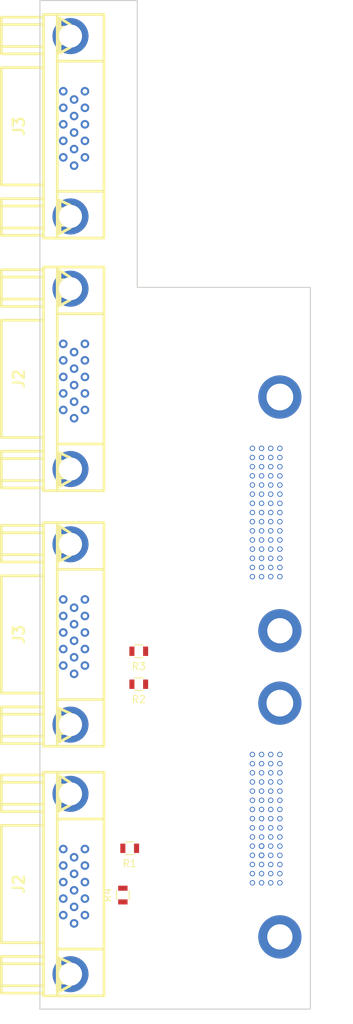
<source format=kicad_pcb>
(kicad_pcb (version 20170123) (host pcbnew "(2017-08-23 revision 57619956e)-makepkg")

  (general
    (thickness 1.6)
    (drawings 6)
    (tracks 81)
    (zones 0)
    (modules 10)
    (nets 72)
  )

  (page A4)
  (layers
    (0 F.Cu signal)
    (31 B.Cu signal)
    (32 B.Adhes user)
    (33 F.Adhes user)
    (34 B.Paste user)
    (35 F.Paste user)
    (36 B.SilkS user)
    (37 F.SilkS user)
    (38 B.Mask user)
    (39 F.Mask user)
    (40 Dwgs.User user)
    (41 Cmts.User user)
    (42 Eco1.User user)
    (43 Eco2.User user)
    (44 Edge.Cuts user)
    (45 Margin user)
    (46 B.CrtYd user)
    (47 F.CrtYd user)
    (48 B.Fab user)
    (49 F.Fab user)
  )

  (setup
    (last_trace_width 0.15)
    (user_trace_width 0.1)
    (user_trace_width 0.12)
    (user_trace_width 0.15)
    (user_trace_width 0.17)
    (user_trace_width 0.2)
    (user_trace_width 0.25)
    (user_trace_width 0.3)
    (user_trace_width 0.4)
    (trace_clearance 0.15)
    (zone_clearance 0.508)
    (zone_45_only no)
    (trace_min 0.1)
    (segment_width 0.2)
    (edge_width 0.15)
    (via_size 0.8)
    (via_drill 0.4)
    (via_min_size 0.4)
    (via_min_drill 0.3)
    (uvia_size 0.3)
    (uvia_drill 0.1)
    (uvias_allowed no)
    (uvia_min_size 0.2)
    (uvia_min_drill 0.1)
    (pcb_text_width 0.3)
    (pcb_text_size 1.5 1.5)
    (mod_edge_width 0.15)
    (mod_text_size 1 1)
    (mod_text_width 0.15)
    (pad_size 0.8 0.8)
    (pad_drill 0.5)
    (pad_to_mask_clearance 0.2)
    (aux_axis_origin 0 0)
    (grid_origin 83.85 143.9)
    (visible_elements FFFFFF7F)
    (pcbplotparams
      (layerselection 0x00030_ffffffff)
      (usegerberextensions false)
      (excludeedgelayer true)
      (linewidth 0.100000)
      (plotframeref false)
      (viasonmask false)
      (mode 1)
      (useauxorigin false)
      (hpglpennumber 1)
      (hpglpenspeed 20)
      (hpglpendiameter 15)
      (psnegative false)
      (psa4output false)
      (plotreference true)
      (plotvalue true)
      (plotinvisibletext false)
      (padsonsilk false)
      (subtractmaskfromsilk false)
      (outputformat 1)
      (mirror false)
      (drillshape 1)
      (scaleselection 1)
      (outputdirectory ""))
  )

  (net 0 "")
  (net 1 /BLUE1)
  (net 2 /GREEN1)
  (net 3 /RED1)
  (net 4 "Net-(J2-Pad4)")
  (net 5 /GND1)
  (net 6 "Net-(J2-Pad9)")
  (net 7 /BLUE_RTN1)
  (net 8 /GREEN_RTN1)
  (net 9 /RED_RTN1)
  (net 10 /RGB_SWITCH1)
  (net 11 /COMP_SWITCH1)
  (net 12 /RGB_SYNC1)
  (net 13 "Net-(J2-Pad14)")
  (net 14 "Net-(J2-Pad15)")
  (net 15 "Net-(J3-Pad15)")
  (net 16 "Net-(J3-Pad14)")
  (net 17 /RGB_SYNC2)
  (net 18 /COMP_SWITCH2)
  (net 19 /RGB_SWITCH2)
  (net 20 /GND2)
  (net 21 /RED_RTN2)
  (net 22 /GREEN_RTN2)
  (net 23 /BLUE_RTN2)
  (net 24 "Net-(J3-Pad9)")
  (net 25 "Net-(J3-Pad4)")
  (net 26 /RED2)
  (net 27 /GREEN2)
  (net 28 /BLUE2)
  (net 29 "Net-(J1-Pad2)")
  (net 30 "Net-(J1-Pad3)")
  (net 31 "Net-(J1-Pad5)")
  (net 32 "Net-(J1-Pad6)")
  (net 33 "Net-(J1-Pad7)")
  (net 34 "Net-(J1-Pad8)")
  (net 35 "Net-(J1-Pad10)")
  (net 36 "Net-(J1-Pad11)")
  (net 37 "Net-(J1-Pad13)")
  (net 38 "Net-(J1-Pad14)")
  (net 39 "Net-(J1-Pad30)")
  (net 40 "Net-(J1-Pad29)")
  (net 41 "Net-(J1-Pad28)")
  (net 42 "Net-(J1-Pad27)")
  (net 43 "Net-(J1-Pad25)")
  (net 44 "Net-(J1-Pad24)")
  (net 45 "Net-(J1-Pad23)")
  (net 46 "Net-(J1-Pad22)")
  (net 47 "Net-(J1-Pad21)")
  (net 48 "Net-(J1-Pad19)")
  (net 49 "Net-(J1-Pad18)")
  (net 50 "Net-(J1-Pad17)")
  (net 51 "Net-(J1-Pad16)")
  (net 52 "Net-(J1-Pad31)")
  (net 53 "Net-(J1-Pad32)")
  (net 54 "Net-(J1-Pad33)")
  (net 55 "Net-(J1-Pad34)")
  (net 56 "Net-(J1-Pad36)")
  (net 57 "Net-(J1-Pad38)")
  (net 58 "Net-(J1-Pad40)")
  (net 59 "Net-(J1-Pad42)")
  (net 60 "Net-(J1-Pad43)")
  (net 61 "Net-(J1-Pad44)")
  (net 62 "Net-(J1-Pad45)")
  (net 63 "Net-(J1-Pad60)")
  (net 64 "Net-(J1-Pad59)")
  (net 65 "Net-(J1-Pad56)")
  (net 66 "Net-(J1-Pad55)")
  (net 67 "Net-(J1-Pad53)")
  (net 68 "Net-(J1-Pad51)")
  (net 69 "Net-(J1-Pad50)")
  (net 70 "Net-(J1-Pad47)")
  (net 71 "Net-(J1-Pad46)")

  (net_class Default "This is the default net class."
    (clearance 0.15)
    (trace_width 0.15)
    (via_dia 0.8)
    (via_drill 0.4)
    (uvia_dia 0.3)
    (uvia_drill 0.1)
    (add_net /BLUE1)
    (add_net /BLUE2)
    (add_net /BLUE_RTN1)
    (add_net /BLUE_RTN2)
    (add_net /COMP_SWITCH1)
    (add_net /COMP_SWITCH2)
    (add_net /GND1)
    (add_net /GND2)
    (add_net /GREEN1)
    (add_net /GREEN2)
    (add_net /GREEN_RTN1)
    (add_net /GREEN_RTN2)
    (add_net /RED1)
    (add_net /RED2)
    (add_net /RED_RTN1)
    (add_net /RED_RTN2)
    (add_net /RGB_SWITCH1)
    (add_net /RGB_SWITCH2)
    (add_net /RGB_SYNC1)
    (add_net /RGB_SYNC2)
    (add_net "Net-(J1-Pad10)")
    (add_net "Net-(J1-Pad11)")
    (add_net "Net-(J1-Pad13)")
    (add_net "Net-(J1-Pad14)")
    (add_net "Net-(J1-Pad16)")
    (add_net "Net-(J1-Pad17)")
    (add_net "Net-(J1-Pad18)")
    (add_net "Net-(J1-Pad19)")
    (add_net "Net-(J1-Pad2)")
    (add_net "Net-(J1-Pad21)")
    (add_net "Net-(J1-Pad22)")
    (add_net "Net-(J1-Pad23)")
    (add_net "Net-(J1-Pad24)")
    (add_net "Net-(J1-Pad25)")
    (add_net "Net-(J1-Pad27)")
    (add_net "Net-(J1-Pad28)")
    (add_net "Net-(J1-Pad29)")
    (add_net "Net-(J1-Pad3)")
    (add_net "Net-(J1-Pad30)")
    (add_net "Net-(J1-Pad31)")
    (add_net "Net-(J1-Pad32)")
    (add_net "Net-(J1-Pad33)")
    (add_net "Net-(J1-Pad34)")
    (add_net "Net-(J1-Pad36)")
    (add_net "Net-(J1-Pad38)")
    (add_net "Net-(J1-Pad40)")
    (add_net "Net-(J1-Pad42)")
    (add_net "Net-(J1-Pad43)")
    (add_net "Net-(J1-Pad44)")
    (add_net "Net-(J1-Pad45)")
    (add_net "Net-(J1-Pad46)")
    (add_net "Net-(J1-Pad47)")
    (add_net "Net-(J1-Pad5)")
    (add_net "Net-(J1-Pad50)")
    (add_net "Net-(J1-Pad51)")
    (add_net "Net-(J1-Pad53)")
    (add_net "Net-(J1-Pad55)")
    (add_net "Net-(J1-Pad56)")
    (add_net "Net-(J1-Pad59)")
    (add_net "Net-(J1-Pad6)")
    (add_net "Net-(J1-Pad60)")
    (add_net "Net-(J1-Pad7)")
    (add_net "Net-(J1-Pad8)")
    (add_net "Net-(J2-Pad14)")
    (add_net "Net-(J2-Pad15)")
    (add_net "Net-(J2-Pad4)")
    (add_net "Net-(J2-Pad9)")
    (add_net "Net-(J3-Pad14)")
    (add_net "Net-(J3-Pad15)")
    (add_net "Net-(J3-Pad4)")
    (add_net "Net-(J3-Pad9)")
  )

  (module w_conn_pc:DB_15F-VGA (layer F.Cu) (tedit 599EEA86) (tstamp 59A7FCE8)
    (at 52.3668 136.57 270)
    (descr "D-SUB 15 pin VGA socket, Tyco P/N 440467-1")
    (path /599EDF27)
    (attr virtual)
    (fp_text reference J2 (at 0 4.699 270) (layer F.SilkS)
      (effects (font (thickness 0.3048)))
    )
    (fp_text value DB15_Female_HighDensity (at 0 -8.509 270) (layer F.SilkS) hide
      (effects (font (thickness 0.3048)))
    )
    (fp_line (start -10.033 1.27) (end -10.033 7.112) (layer F.SilkS) (width 0.381))
    (fp_line (start -10.922 -2.413) (end -10.16 -1.016) (layer F.SilkS) (width 0.381))
    (fp_line (start -14.097 -2.413) (end -14.986 -1.016) (layer F.SilkS) (width 0.381))
    (fp_line (start -9.017 -7.112) (end -9.017 -0.635) (layer F.SilkS) (width 0.381))
    (fp_line (start -15.494 1.27) (end -15.494 -7.112) (layer F.SilkS) (width 0.381))
    (fp_line (start 15.494 -7.112) (end 15.494 1.27) (layer F.SilkS) (width 0.381))
    (fp_line (start 15.494 -7.112) (end -15.494 -7.112) (layer F.SilkS) (width 0.381))
    (fp_line (start 9.017 -0.635) (end 9.017 -7.112) (layer F.SilkS) (width 0.381))
    (fp_line (start 14.097 -2.413) (end 14.859 -1.016) (layer F.SilkS) (width 0.381))
    (fp_line (start 10.922 -2.413) (end 10.287 -1.016) (layer F.SilkS) (width 0.381))
    (fp_line (start 10.922 -2.413) (end 14.097 -2.413) (layer F.SilkS) (width 0.381))
    (fp_line (start -14.097 -2.413) (end -10.922 -2.413) (layer F.SilkS) (width 0.381))
    (fp_line (start 14.859 -1.016) (end 10.287 -1.016) (layer F.SilkS) (width 0.381))
    (fp_line (start 10.287 -1.016) (end 10.287 -0.762) (layer F.SilkS) (width 0.381))
    (fp_line (start 10.287 -0.762) (end 14.859 -0.762) (layer F.SilkS) (width 0.381))
    (fp_line (start 14.859 -0.762) (end 14.859 -1.016) (layer F.SilkS) (width 0.381))
    (fp_line (start -10.16 -1.016) (end -14.986 -1.016) (layer F.SilkS) (width 0.381))
    (fp_line (start -14.986 -1.016) (end -14.986 -0.762) (layer F.SilkS) (width 0.381))
    (fp_line (start -14.986 -0.762) (end -10.16 -0.762) (layer F.SilkS) (width 0.381))
    (fp_line (start -10.16 -0.762) (end -10.16 -1.016) (layer F.SilkS) (width 0.381))
    (fp_line (start 11.43 -0.635) (end 11.43 -3.175) (layer F.SilkS) (width 0.381))
    (fp_line (start 11.43 -3.175) (end 13.716 -3.175) (layer F.SilkS) (width 0.381))
    (fp_line (start 13.716 -3.175) (end 13.716 -0.635) (layer F.SilkS) (width 0.381))
    (fp_line (start -13.716 -0.635) (end -13.716 -3.175) (layer F.SilkS) (width 0.381))
    (fp_line (start -13.716 -3.175) (end -11.43 -3.175) (layer F.SilkS) (width 0.381))
    (fp_line (start -11.43 -3.175) (end -11.43 -0.635) (layer F.SilkS) (width 0.381))
    (fp_line (start -15.494 -0.635) (end 15.494 -0.635) (layer F.SilkS) (width 0.381))
    (fp_line (start -11.049 1.27) (end -11.049 7.112) (layer F.SilkS) (width 0.381))
    (fp_line (start -14.097 1.27) (end -14.097 7.112) (layer F.SilkS) (width 0.381))
    (fp_line (start 14.097 1.27) (end 14.097 7.112) (layer F.SilkS) (width 0.381))
    (fp_line (start 11.049 1.27) (end 11.049 7.112) (layer F.SilkS) (width 0.381))
    (fp_line (start 10.033 1.27) (end 10.033 7.112) (layer F.SilkS) (width 0.381))
    (fp_line (start 10.033 7.112) (end 15.113 7.112) (layer F.SilkS) (width 0.381))
    (fp_line (start 15.113 7.112) (end 15.113 1.397) (layer F.SilkS) (width 0.381))
    (fp_line (start -15.113 1.27) (end -15.113 7.112) (layer F.SilkS) (width 0.381))
    (fp_line (start -15.113 7.112) (end -10.033 7.112) (layer F.SilkS) (width 0.381))
    (fp_line (start -8.128 1.27) (end -8.128 7.112) (layer F.SilkS) (width 0.381))
    (fp_line (start -8.128 7.112) (end 8.128 7.112) (layer F.SilkS) (width 0.381))
    (fp_line (start 8.128 7.112) (end 8.128 1.27) (layer F.SilkS) (width 0.381))
    (fp_line (start -15.494 1.27) (end 15.494 1.27) (layer F.SilkS) (width 0.381))
    (pad "" thru_hole circle (at 12.49426 -2.47142 270) (size 5.00126 5.00126) (drill 3.2004) (layers *.Cu *.Mask))
    (pad 3 thru_hole circle (at -0.2667 -4.4704 270) (size 1.19888 1.19888) (drill 0.65024) (layers *.Cu *.Mask)
      (net 1 /BLUE1))
    (pad 2 thru_hole circle (at 2.0193 -4.4704 270) (size 1.19888 1.19888) (drill 0.65024) (layers *.Cu *.Mask)
      (net 2 /GREEN1))
    (pad 1 thru_hole circle (at 4.31038 -4.4704 270) (size 1.19888 1.19888) (drill 0.65024) (layers *.Cu *.Mask)
      (net 3 /RED1))
    (pad 4 thru_hole circle (at -2.56032 -4.4704 270) (size 1.19888 1.19888) (drill 0.65024) (layers *.Cu *.Mask)
      (net 4 "Net-(J2-Pad4)"))
    (pad 5 thru_hole circle (at -4.84886 -4.4704 270) (size 1.19888 1.19888) (drill 0.65024) (layers *.Cu *.Mask)
      (net 5 /GND1))
    (pad 9 thru_hole circle (at -1.41478 -2.9718 270) (size 1.19888 1.19888) (drill 0.65024) (layers *.Cu *.Mask)
      (net 6 "Net-(J2-Pad9)"))
    (pad 8 thru_hole circle (at 0.87376 -2.9718 270) (size 1.19888 1.19888) (drill 0.65024) (layers *.Cu *.Mask)
      (net 7 /BLUE_RTN1))
    (pad 7 thru_hole circle (at 3.16484 -2.9718 270) (size 1.19888 1.19888) (drill 0.65024) (layers *.Cu *.Mask)
      (net 8 /GREEN_RTN1))
    (pad 6 thru_hole circle (at 5.45592 -2.9718 270) (size 1.19888 1.19888) (drill 0.65024) (layers *.Cu *.Mask)
      (net 9 /RED_RTN1))
    (pad "" thru_hole circle (at -12.49426 -2.47142 270) (size 5.00126 5.00126) (drill 3.2004) (layers *.Cu *.Mask))
    (pad 10 thru_hole circle (at -3.70586 -2.9718 270) (size 1.19888 1.19888) (drill 0.65024) (layers *.Cu *.Mask)
      (net 5 /GND1))
    (pad 11 thru_hole circle (at 4.31038 -1.47066 270) (size 1.19888 1.19888) (drill 0.65024) (layers *.Cu *.Mask)
      (net 10 /RGB_SWITCH1))
    (pad 12 thru_hole circle (at 2.0193 -1.47066 270) (size 1.19888 1.19888) (drill 0.65024) (layers *.Cu *.Mask)
      (net 11 /COMP_SWITCH1))
    (pad 13 thru_hole circle (at -0.26924 -1.4732 270) (size 1.19888 1.19888) (drill 0.65024) (layers *.Cu *.Mask)
      (net 12 /RGB_SYNC1))
    (pad 14 thru_hole circle (at -2.56032 -1.47066 270) (size 1.19888 1.19888) (drill 0.65024) (layers *.Cu *.Mask)
      (net 13 "Net-(J2-Pad14)"))
    (pad 15 thru_hole circle (at -4.84886 -1.47066 270) (size 1.19888 1.19888) (drill 0.65024) (layers *.Cu *.Mask)
      (net 14 "Net-(J2-Pad15)"))
    (model walter/conn_pc/db_15-vga.wrl
      (at (xyz 0 0 0))
      (scale (xyz 1 1 1))
      (rotate (xyz 0 0 0))
    )
  )

  (module w_conn_pc:DB_15F-VGA (layer F.Cu) (tedit 599EEA8C) (tstamp 59ACD6D3)
    (at 52.3668 31.57 270)
    (descr "D-SUB 15 pin VGA socket, Tyco P/N 440467-1")
    (path /599EE27B)
    (fp_text reference J3 (at 0 4.699 270) (layer F.SilkS)
      (effects (font (thickness 0.3048)))
    )
    (fp_text value DB15_Female_HighDensity (at 0 -8.509 270) (layer F.SilkS) hide
      (effects (font (thickness 0.3048)))
    )
    (fp_line (start -10.033 1.27) (end -10.033 7.112) (layer F.SilkS) (width 0.381))
    (fp_line (start -10.922 -2.413) (end -10.16 -1.016) (layer F.SilkS) (width 0.381))
    (fp_line (start -14.097 -2.413) (end -14.986 -1.016) (layer F.SilkS) (width 0.381))
    (fp_line (start -9.017 -7.112) (end -9.017 -0.635) (layer F.SilkS) (width 0.381))
    (fp_line (start -15.494 1.27) (end -15.494 -7.112) (layer F.SilkS) (width 0.381))
    (fp_line (start 15.494 -7.112) (end 15.494 1.27) (layer F.SilkS) (width 0.381))
    (fp_line (start 15.494 -7.112) (end -15.494 -7.112) (layer F.SilkS) (width 0.381))
    (fp_line (start 9.017 -0.635) (end 9.017 -7.112) (layer F.SilkS) (width 0.381))
    (fp_line (start 14.097 -2.413) (end 14.859 -1.016) (layer F.SilkS) (width 0.381))
    (fp_line (start 10.922 -2.413) (end 10.287 -1.016) (layer F.SilkS) (width 0.381))
    (fp_line (start 10.922 -2.413) (end 14.097 -2.413) (layer F.SilkS) (width 0.381))
    (fp_line (start -14.097 -2.413) (end -10.922 -2.413) (layer F.SilkS) (width 0.381))
    (fp_line (start 14.859 -1.016) (end 10.287 -1.016) (layer F.SilkS) (width 0.381))
    (fp_line (start 10.287 -1.016) (end 10.287 -0.762) (layer F.SilkS) (width 0.381))
    (fp_line (start 10.287 -0.762) (end 14.859 -0.762) (layer F.SilkS) (width 0.381))
    (fp_line (start 14.859 -0.762) (end 14.859 -1.016) (layer F.SilkS) (width 0.381))
    (fp_line (start -10.16 -1.016) (end -14.986 -1.016) (layer F.SilkS) (width 0.381))
    (fp_line (start -14.986 -1.016) (end -14.986 -0.762) (layer F.SilkS) (width 0.381))
    (fp_line (start -14.986 -0.762) (end -10.16 -0.762) (layer F.SilkS) (width 0.381))
    (fp_line (start -10.16 -0.762) (end -10.16 -1.016) (layer F.SilkS) (width 0.381))
    (fp_line (start 11.43 -0.635) (end 11.43 -3.175) (layer F.SilkS) (width 0.381))
    (fp_line (start 11.43 -3.175) (end 13.716 -3.175) (layer F.SilkS) (width 0.381))
    (fp_line (start 13.716 -3.175) (end 13.716 -0.635) (layer F.SilkS) (width 0.381))
    (fp_line (start -13.716 -0.635) (end -13.716 -3.175) (layer F.SilkS) (width 0.381))
    (fp_line (start -13.716 -3.175) (end -11.43 -3.175) (layer F.SilkS) (width 0.381))
    (fp_line (start -11.43 -3.175) (end -11.43 -0.635) (layer F.SilkS) (width 0.381))
    (fp_line (start -15.494 -0.635) (end 15.494 -0.635) (layer F.SilkS) (width 0.381))
    (fp_line (start -11.049 1.27) (end -11.049 7.112) (layer F.SilkS) (width 0.381))
    (fp_line (start -14.097 1.27) (end -14.097 7.112) (layer F.SilkS) (width 0.381))
    (fp_line (start 14.097 1.27) (end 14.097 7.112) (layer F.SilkS) (width 0.381))
    (fp_line (start 11.049 1.27) (end 11.049 7.112) (layer F.SilkS) (width 0.381))
    (fp_line (start 10.033 1.27) (end 10.033 7.112) (layer F.SilkS) (width 0.381))
    (fp_line (start 10.033 7.112) (end 15.113 7.112) (layer F.SilkS) (width 0.381))
    (fp_line (start 15.113 7.112) (end 15.113 1.397) (layer F.SilkS) (width 0.381))
    (fp_line (start -15.113 1.27) (end -15.113 7.112) (layer F.SilkS) (width 0.381))
    (fp_line (start -15.113 7.112) (end -10.033 7.112) (layer F.SilkS) (width 0.381))
    (fp_line (start -8.128 1.27) (end -8.128 7.112) (layer F.SilkS) (width 0.381))
    (fp_line (start -8.128 7.112) (end 8.128 7.112) (layer F.SilkS) (width 0.381))
    (fp_line (start 8.128 7.112) (end 8.128 1.27) (layer F.SilkS) (width 0.381))
    (fp_line (start -15.494 1.27) (end 15.494 1.27) (layer F.SilkS) (width 0.381))
    (pad "" thru_hole circle (at 12.49426 -2.47142 270) (size 5.00126 5.00126) (drill 3.2004) (layers *.Cu *.Mask))
    (pad 3 thru_hole circle (at -0.2667 -4.4704 270) (size 1.19888 1.19888) (drill 0.65024) (layers *.Cu *.Mask)
      (net 28 /BLUE2))
    (pad 2 thru_hole circle (at 2.0193 -4.4704 270) (size 1.19888 1.19888) (drill 0.65024) (layers *.Cu *.Mask)
      (net 27 /GREEN2))
    (pad 1 thru_hole circle (at 4.31038 -4.4704 270) (size 1.19888 1.19888) (drill 0.65024) (layers *.Cu *.Mask)
      (net 26 /RED2))
    (pad 4 thru_hole circle (at -2.56032 -4.4704 270) (size 1.19888 1.19888) (drill 0.65024) (layers *.Cu *.Mask)
      (net 25 "Net-(J3-Pad4)"))
    (pad 5 thru_hole circle (at -4.84886 -4.4704 270) (size 1.19888 1.19888) (drill 0.65024) (layers *.Cu *.Mask)
      (net 20 /GND2))
    (pad 9 thru_hole circle (at -1.41478 -2.9718 270) (size 1.19888 1.19888) (drill 0.65024) (layers *.Cu *.Mask)
      (net 24 "Net-(J3-Pad9)"))
    (pad 8 thru_hole circle (at 0.87376 -2.9718 270) (size 1.19888 1.19888) (drill 0.65024) (layers *.Cu *.Mask)
      (net 23 /BLUE_RTN2))
    (pad 7 thru_hole circle (at 3.16484 -2.9718 270) (size 1.19888 1.19888) (drill 0.65024) (layers *.Cu *.Mask)
      (net 22 /GREEN_RTN2))
    (pad 6 thru_hole circle (at 5.45592 -2.9718 270) (size 1.19888 1.19888) (drill 0.65024) (layers *.Cu *.Mask)
      (net 21 /RED_RTN2))
    (pad "" thru_hole circle (at -12.49426 -2.47142 270) (size 5.00126 5.00126) (drill 3.2004) (layers *.Cu *.Mask))
    (pad 10 thru_hole circle (at -3.70586 -2.9718 270) (size 1.19888 1.19888) (drill 0.65024) (layers *.Cu *.Mask)
      (net 20 /GND2))
    (pad 11 thru_hole circle (at 4.31038 -1.47066 270) (size 1.19888 1.19888) (drill 0.65024) (layers *.Cu *.Mask)
      (net 19 /RGB_SWITCH2))
    (pad 12 thru_hole circle (at 2.0193 -1.47066 270) (size 1.19888 1.19888) (drill 0.65024) (layers *.Cu *.Mask)
      (net 18 /COMP_SWITCH2))
    (pad 13 thru_hole circle (at -0.26924 -1.4732 270) (size 1.19888 1.19888) (drill 0.65024) (layers *.Cu *.Mask)
      (net 17 /RGB_SYNC2))
    (pad 14 thru_hole circle (at -2.56032 -1.47066 270) (size 1.19888 1.19888) (drill 0.65024) (layers *.Cu *.Mask)
      (net 16 "Net-(J3-Pad14)"))
    (pad 15 thru_hole circle (at -4.84886 -1.47066 270) (size 1.19888 1.19888) (drill 0.65024) (layers *.Cu *.Mask)
      (net 15 "Net-(J3-Pad15)"))
    (model walter/conn_pc/db_15-vga.wrl
      (at (xyz 0 0 0))
      (scale (xyz 1 1 1))
      (rotate (xyz 0 0 0))
    )
  )

  (module w_conn_pc:DB_15F-VGA (layer F.Cu) (tedit 599EEA86) (tstamp 59ACD697)
    (at 52.3668 66.57 270)
    (descr "D-SUB 15 pin VGA socket, Tyco P/N 440467-1")
    (path /599EDF27)
    (attr virtual)
    (fp_text reference J2 (at 0 4.699 270) (layer F.SilkS)
      (effects (font (thickness 0.3048)))
    )
    (fp_text value DB15_Female_HighDensity (at 0 -8.509 270) (layer F.SilkS) hide
      (effects (font (thickness 0.3048)))
    )
    (fp_line (start -15.494 1.27) (end 15.494 1.27) (layer F.SilkS) (width 0.381))
    (fp_line (start 8.128 7.112) (end 8.128 1.27) (layer F.SilkS) (width 0.381))
    (fp_line (start -8.128 7.112) (end 8.128 7.112) (layer F.SilkS) (width 0.381))
    (fp_line (start -8.128 1.27) (end -8.128 7.112) (layer F.SilkS) (width 0.381))
    (fp_line (start -15.113 7.112) (end -10.033 7.112) (layer F.SilkS) (width 0.381))
    (fp_line (start -15.113 1.27) (end -15.113 7.112) (layer F.SilkS) (width 0.381))
    (fp_line (start 15.113 7.112) (end 15.113 1.397) (layer F.SilkS) (width 0.381))
    (fp_line (start 10.033 7.112) (end 15.113 7.112) (layer F.SilkS) (width 0.381))
    (fp_line (start 10.033 1.27) (end 10.033 7.112) (layer F.SilkS) (width 0.381))
    (fp_line (start 11.049 1.27) (end 11.049 7.112) (layer F.SilkS) (width 0.381))
    (fp_line (start 14.097 1.27) (end 14.097 7.112) (layer F.SilkS) (width 0.381))
    (fp_line (start -14.097 1.27) (end -14.097 7.112) (layer F.SilkS) (width 0.381))
    (fp_line (start -11.049 1.27) (end -11.049 7.112) (layer F.SilkS) (width 0.381))
    (fp_line (start -15.494 -0.635) (end 15.494 -0.635) (layer F.SilkS) (width 0.381))
    (fp_line (start -11.43 -3.175) (end -11.43 -0.635) (layer F.SilkS) (width 0.381))
    (fp_line (start -13.716 -3.175) (end -11.43 -3.175) (layer F.SilkS) (width 0.381))
    (fp_line (start -13.716 -0.635) (end -13.716 -3.175) (layer F.SilkS) (width 0.381))
    (fp_line (start 13.716 -3.175) (end 13.716 -0.635) (layer F.SilkS) (width 0.381))
    (fp_line (start 11.43 -3.175) (end 13.716 -3.175) (layer F.SilkS) (width 0.381))
    (fp_line (start 11.43 -0.635) (end 11.43 -3.175) (layer F.SilkS) (width 0.381))
    (fp_line (start -10.16 -0.762) (end -10.16 -1.016) (layer F.SilkS) (width 0.381))
    (fp_line (start -14.986 -0.762) (end -10.16 -0.762) (layer F.SilkS) (width 0.381))
    (fp_line (start -14.986 -1.016) (end -14.986 -0.762) (layer F.SilkS) (width 0.381))
    (fp_line (start -10.16 -1.016) (end -14.986 -1.016) (layer F.SilkS) (width 0.381))
    (fp_line (start 14.859 -0.762) (end 14.859 -1.016) (layer F.SilkS) (width 0.381))
    (fp_line (start 10.287 -0.762) (end 14.859 -0.762) (layer F.SilkS) (width 0.381))
    (fp_line (start 10.287 -1.016) (end 10.287 -0.762) (layer F.SilkS) (width 0.381))
    (fp_line (start 14.859 -1.016) (end 10.287 -1.016) (layer F.SilkS) (width 0.381))
    (fp_line (start -14.097 -2.413) (end -10.922 -2.413) (layer F.SilkS) (width 0.381))
    (fp_line (start 10.922 -2.413) (end 14.097 -2.413) (layer F.SilkS) (width 0.381))
    (fp_line (start 10.922 -2.413) (end 10.287 -1.016) (layer F.SilkS) (width 0.381))
    (fp_line (start 14.097 -2.413) (end 14.859 -1.016) (layer F.SilkS) (width 0.381))
    (fp_line (start 9.017 -0.635) (end 9.017 -7.112) (layer F.SilkS) (width 0.381))
    (fp_line (start 15.494 -7.112) (end -15.494 -7.112) (layer F.SilkS) (width 0.381))
    (fp_line (start 15.494 -7.112) (end 15.494 1.27) (layer F.SilkS) (width 0.381))
    (fp_line (start -15.494 1.27) (end -15.494 -7.112) (layer F.SilkS) (width 0.381))
    (fp_line (start -9.017 -7.112) (end -9.017 -0.635) (layer F.SilkS) (width 0.381))
    (fp_line (start -14.097 -2.413) (end -14.986 -1.016) (layer F.SilkS) (width 0.381))
    (fp_line (start -10.922 -2.413) (end -10.16 -1.016) (layer F.SilkS) (width 0.381))
    (fp_line (start -10.033 1.27) (end -10.033 7.112) (layer F.SilkS) (width 0.381))
    (pad 15 thru_hole circle (at -4.84886 -1.47066 270) (size 1.19888 1.19888) (drill 0.65024) (layers *.Cu *.Mask)
      (net 14 "Net-(J2-Pad15)"))
    (pad 14 thru_hole circle (at -2.56032 -1.47066 270) (size 1.19888 1.19888) (drill 0.65024) (layers *.Cu *.Mask)
      (net 13 "Net-(J2-Pad14)"))
    (pad 13 thru_hole circle (at -0.26924 -1.4732 270) (size 1.19888 1.19888) (drill 0.65024) (layers *.Cu *.Mask)
      (net 12 /RGB_SYNC1))
    (pad 12 thru_hole circle (at 2.0193 -1.47066 270) (size 1.19888 1.19888) (drill 0.65024) (layers *.Cu *.Mask)
      (net 11 /COMP_SWITCH1))
    (pad 11 thru_hole circle (at 4.31038 -1.47066 270) (size 1.19888 1.19888) (drill 0.65024) (layers *.Cu *.Mask)
      (net 10 /RGB_SWITCH1))
    (pad 10 thru_hole circle (at -3.70586 -2.9718 270) (size 1.19888 1.19888) (drill 0.65024) (layers *.Cu *.Mask)
      (net 5 /GND1))
    (pad "" thru_hole circle (at -12.49426 -2.47142 270) (size 5.00126 5.00126) (drill 3.2004) (layers *.Cu *.Mask))
    (pad 6 thru_hole circle (at 5.45592 -2.9718 270) (size 1.19888 1.19888) (drill 0.65024) (layers *.Cu *.Mask)
      (net 9 /RED_RTN1))
    (pad 7 thru_hole circle (at 3.16484 -2.9718 270) (size 1.19888 1.19888) (drill 0.65024) (layers *.Cu *.Mask)
      (net 8 /GREEN_RTN1))
    (pad 8 thru_hole circle (at 0.87376 -2.9718 270) (size 1.19888 1.19888) (drill 0.65024) (layers *.Cu *.Mask)
      (net 7 /BLUE_RTN1))
    (pad 9 thru_hole circle (at -1.41478 -2.9718 270) (size 1.19888 1.19888) (drill 0.65024) (layers *.Cu *.Mask)
      (net 6 "Net-(J2-Pad9)"))
    (pad 5 thru_hole circle (at -4.84886 -4.4704 270) (size 1.19888 1.19888) (drill 0.65024) (layers *.Cu *.Mask)
      (net 5 /GND1))
    (pad 4 thru_hole circle (at -2.56032 -4.4704 270) (size 1.19888 1.19888) (drill 0.65024) (layers *.Cu *.Mask)
      (net 4 "Net-(J2-Pad4)"))
    (pad 1 thru_hole circle (at 4.31038 -4.4704 270) (size 1.19888 1.19888) (drill 0.65024) (layers *.Cu *.Mask)
      (net 3 /RED1))
    (pad 2 thru_hole circle (at 2.0193 -4.4704 270) (size 1.19888 1.19888) (drill 0.65024) (layers *.Cu *.Mask)
      (net 2 /GREEN1))
    (pad 3 thru_hole circle (at -0.2667 -4.4704 270) (size 1.19888 1.19888) (drill 0.65024) (layers *.Cu *.Mask)
      (net 1 /BLUE1))
    (pad "" thru_hole circle (at 12.49426 -2.47142 270) (size 5.00126 5.00126) (drill 3.2004) (layers *.Cu *.Mask))
    (model walter/conn_pc/db_15-vga.wrl
      (at (xyz 0 0 0))
      (scale (xyz 1 1 1))
      (rotate (xyz 0 0 0))
    )
  )

  (module iotta_footprints:Molex_Matrix_70928_LFH-60_Angled (layer F.Cu) (tedit 599EE6B9) (tstamp 59ACD5B6)
    (at 81.9658 85.088 90)
    (path /599EDCFC)
    (fp_text reference J1 (at -24.13 -13.97 90) (layer F.Fab)
      (effects (font (size 1 1) (thickness 0.15)))
    )
    (fp_text value LFH-60 (at -25.4 -12.7 90) (layer F.Fab)
      (effects (font (size 1 1) (thickness 0.15)))
    )
    (fp_line (start -19.575 -6.865) (end -19.575 6) (layer F.Fab) (width 0.1))
    (fp_line (start 19.575 -6.865) (end 19.575 6) (layer F.Fab) (width 0.1))
    (fp_line (start 19.575 -6.865) (end -19.575 -6.865) (layer F.Fab) (width 0.1))
    (fp_line (start -19.575 6) (end -13 6) (layer F.Fab) (width 0.1))
    (fp_line (start -13 6) (end -12.9 12) (layer F.Fab) (width 0.1))
    (fp_line (start -12.9 12) (end 12.9 12) (layer F.Fab) (width 0.1))
    (fp_line (start 12.9 12) (end 13 6) (layer F.Fab) (width 0.1))
    (fp_line (start 13 6) (end 19.575 6) (layer F.Fab) (width 0.1))
    (fp_arc (start -18.305 -5.595) (end -18.305 -6.865) (angle -90) (layer F.Fab) (width 0.1))
    (pad 1 thru_hole circle (at -8.89 -1.905 90) (size 0.75 0.75) (drill 0.5) (layers *.Cu *.Mask)
      (net 11 /COMP_SWITCH1))
    (pad 2 thru_hole circle (at -7.62 -1.905 90) (size 0.75 0.75) (drill 0.5) (layers *.Cu *.Mask)
      (net 29 "Net-(J1-Pad2)"))
    (pad 3 thru_hole circle (at -6.35 -1.905 90) (size 0.75 0.75) (drill 0.5) (layers *.Cu *.Mask)
      (net 30 "Net-(J1-Pad3)"))
    (pad 4 thru_hole circle (at -5.08 -1.905 90) (size 0.75 0.75) (drill 0.5) (layers *.Cu *.Mask)
      (net 5 /GND1))
    (pad 5 thru_hole circle (at -3.81 -1.905 90) (size 0.75 0.75) (drill 0.5) (layers *.Cu *.Mask)
      (net 31 "Net-(J1-Pad5)"))
    (pad 6 thru_hole circle (at -2.54 -1.905 90) (size 0.75 0.75) (drill 0.5) (layers *.Cu *.Mask)
      (net 32 "Net-(J1-Pad6)"))
    (pad 7 thru_hole circle (at -1.27 -1.905 90) (size 0.75 0.75) (drill 0.5) (layers *.Cu *.Mask)
      (net 33 "Net-(J1-Pad7)"))
    (pad 8 thru_hole circle (at 0 -1.905 90) (size 0.75 0.75) (drill 0.5) (layers *.Cu *.Mask)
      (net 34 "Net-(J1-Pad8)"))
    (pad 9 thru_hole circle (at 1.27 -1.905 90) (size 0.75 0.75) (drill 0.5) (layers *.Cu *.Mask)
      (net 35 "Net-(J1-Pad10)"))
    (pad 10 thru_hole circle (at 2.54 -1.905 90) (size 0.75 0.75) (drill 0.5) (layers *.Cu *.Mask)
      (net 35 "Net-(J1-Pad10)"))
    (pad 11 thru_hole circle (at 3.81 -1.905 90) (size 0.75 0.75) (drill 0.5) (layers *.Cu *.Mask)
      (net 36 "Net-(J1-Pad11)"))
    (pad 12 thru_hole circle (at 5.08 -1.905 90) (size 0.75 0.75) (drill 0.5) (layers *.Cu *.Mask)
      (net 20 /GND2))
    (pad 13 thru_hole circle (at 6.35 -1.905 90) (size 0.75 0.75) (drill 0.5) (layers *.Cu *.Mask)
      (net 37 "Net-(J1-Pad13)"))
    (pad 14 thru_hole circle (at 7.62 -1.905 90) (size 0.75 0.75) (drill 0.5) (layers *.Cu *.Mask)
      (net 38 "Net-(J1-Pad14)"))
    (pad 15 thru_hole circle (at 8.89 -1.905 90) (size 0.75 0.75) (drill 0.5) (layers *.Cu *.Mask)
      (net 18 /COMP_SWITCH2))
    (pad 30 thru_hole circle (at -8.89 -0.635 90) (size 0.75 0.75) (drill 0.5) (layers *.Cu *.Mask)
      (net 39 "Net-(J1-Pad30)"))
    (pad 29 thru_hole circle (at -7.62 -0.635 90) (size 0.75 0.75) (drill 0.5) (layers *.Cu *.Mask)
      (net 40 "Net-(J1-Pad29)"))
    (pad 28 thru_hole circle (at -6.35 -0.635 90) (size 0.75 0.75) (drill 0.5) (layers *.Cu *.Mask)
      (net 41 "Net-(J1-Pad28)"))
    (pad 27 thru_hole circle (at -5.08 -0.635 90) (size 0.75 0.75) (drill 0.5) (layers *.Cu *.Mask)
      (net 42 "Net-(J1-Pad27)"))
    (pad 26 thru_hole circle (at -3.81 -0.635 90) (size 0.75 0.75) (drill 0.5) (layers *.Cu *.Mask)
      (net 7 /BLUE_RTN1))
    (pad 25 thru_hole circle (at -2.54 -0.635 90) (size 0.75 0.75) (drill 0.5) (layers *.Cu *.Mask)
      (net 43 "Net-(J1-Pad25)"))
    (pad 24 thru_hole circle (at -1.27 -0.635 90) (size 0.75 0.75) (drill 0.5) (layers *.Cu *.Mask)
      (net 44 "Net-(J1-Pad24)"))
    (pad 23 thru_hole circle (at 0 -0.635 90) (size 0.75 0.75) (drill 0.5) (layers *.Cu *.Mask)
      (net 45 "Net-(J1-Pad23)"))
    (pad 22 thru_hole circle (at 1.27 -0.635 90) (size 0.75 0.75) (drill 0.5) (layers *.Cu *.Mask)
      (net 46 "Net-(J1-Pad22)"))
    (pad 21 thru_hole circle (at 2.54 -0.635 90) (size 0.75 0.75) (drill 0.5) (layers *.Cu *.Mask)
      (net 47 "Net-(J1-Pad21)"))
    (pad 20 thru_hole circle (at 3.81 -0.635 90) (size 0.75 0.75) (drill 0.5) (layers *.Cu *.Mask)
      (net 23 /BLUE_RTN2))
    (pad 19 thru_hole circle (at 5.08 -0.635 90) (size 0.75 0.75) (drill 0.5) (layers *.Cu *.Mask)
      (net 48 "Net-(J1-Pad19)"))
    (pad 18 thru_hole circle (at 6.35 -0.635 90) (size 0.75 0.75) (drill 0.5) (layers *.Cu *.Mask)
      (net 49 "Net-(J1-Pad18)"))
    (pad 17 thru_hole circle (at 7.62 -0.635 90) (size 0.75 0.75) (drill 0.5) (layers *.Cu *.Mask)
      (net 50 "Net-(J1-Pad17)"))
    (pad 16 thru_hole circle (at 8.89 -0.635 90) (size 0.75 0.75) (drill 0.5) (layers *.Cu *.Mask)
      (net 51 "Net-(J1-Pad16)"))
    (pad 31 thru_hole circle (at -8.89 0.635 90) (size 0.75 0.75) (drill 0.5) (layers *.Cu *.Mask)
      (net 52 "Net-(J1-Pad31)"))
    (pad 32 thru_hole circle (at -7.62 0.635 90) (size 0.75 0.75) (drill 0.5) (layers *.Cu *.Mask)
      (net 53 "Net-(J1-Pad32)"))
    (pad 33 thru_hole circle (at -6.35 0.635 90) (size 0.75 0.75) (drill 0.5) (layers *.Cu *.Mask)
      (net 54 "Net-(J1-Pad33)"))
    (pad 34 thru_hole circle (at -5.08 0.635 90) (size 0.75 0.75) (drill 0.5) (layers *.Cu *.Mask)
      (net 55 "Net-(J1-Pad34)"))
    (pad 35 thru_hole circle (at -3.81 0.635 90) (size 0.75 0.75) (drill 0.5) (layers *.Cu *.Mask)
      (net 1 /BLUE1))
    (pad 36 thru_hole circle (at -2.54 0.635 90) (size 0.75 0.75) (drill 0.5) (layers *.Cu *.Mask)
      (net 56 "Net-(J1-Pad36)"))
    (pad 37 thru_hole circle (at -1.27 0.635 90) (size 0.75 0.75) (drill 0.5) (layers *.Cu *.Mask)
      (net 3 /RED1))
    (pad 38 thru_hole circle (at 0 0.635 90) (size 0.75 0.75) (drill 0.5) (layers *.Cu *.Mask)
      (net 57 "Net-(J1-Pad38)"))
    (pad 39 thru_hole circle (at 1.27 0.635 90) (size 0.75 0.75) (drill 0.5) (layers *.Cu *.Mask)
      (net 26 /RED2))
    (pad 40 thru_hole circle (at 2.54 0.635 90) (size 0.75 0.75) (drill 0.5) (layers *.Cu *.Mask)
      (net 58 "Net-(J1-Pad40)"))
    (pad 41 thru_hole circle (at 3.81 0.635 90) (size 0.75 0.75) (drill 0.5) (layers *.Cu *.Mask)
      (net 28 /BLUE2))
    (pad 42 thru_hole circle (at 5.08 0.635 90) (size 0.75 0.75) (drill 0.5) (layers *.Cu *.Mask)
      (net 59 "Net-(J1-Pad42)"))
    (pad 43 thru_hole circle (at 6.35 0.635 90) (size 0.75 0.75) (drill 0.5) (layers *.Cu *.Mask)
      (net 60 "Net-(J1-Pad43)"))
    (pad 44 thru_hole circle (at 7.62 0.635 90) (size 0.75 0.75) (drill 0.5) (layers *.Cu *.Mask)
      (net 61 "Net-(J1-Pad44)"))
    (pad 45 thru_hole circle (at 8.89 0.635 90) (size 0.75 0.75) (drill 0.5) (layers *.Cu *.Mask)
      (net 62 "Net-(J1-Pad45)"))
    (pad 60 thru_hole circle (at -8.89 1.905 90) (size 0.75 0.75) (drill 0.5) (layers *.Cu *.Mask)
      (net 63 "Net-(J1-Pad60)"))
    (pad 59 thru_hole circle (at -7.62 1.905 90) (size 0.75 0.75) (drill 0.5) (layers *.Cu *.Mask)
      (net 64 "Net-(J1-Pad59)"))
    (pad 58 thru_hole circle (at -6.35 1.905 90) (size 0.75 0.75) (drill 0.5) (layers *.Cu *.Mask)
      (net 2 /GREEN1))
    (pad 57 thru_hole circle (at -5.08 1.905 90) (size 0.75 0.75) (drill 0.5) (layers *.Cu *.Mask)
      (net 8 /GREEN_RTN1))
    (pad 56 thru_hole circle (at -3.81 1.905 90) (size 0.75 0.75) (drill 0.5) (layers *.Cu *.Mask)
      (net 65 "Net-(J1-Pad56)"))
    (pad 55 thru_hole circle (at -2.54 1.905 90) (size 0.75 0.75) (drill 0.5) (layers *.Cu *.Mask)
      (net 66 "Net-(J1-Pad55)"))
    (pad 54 thru_hole circle (at -1.27 1.905 90) (size 0.75 0.75) (drill 0.5) (layers *.Cu *.Mask)
      (net 9 /RED_RTN1))
    (pad 53 thru_hole circle (at 0 1.905 90) (size 0.75 0.75) (drill 0.5) (layers *.Cu *.Mask)
      (net 67 "Net-(J1-Pad53)"))
    (pad 52 thru_hole circle (at 1.27 1.905 90) (size 0.75 0.75) (drill 0.5) (layers *.Cu *.Mask)
      (net 21 /RED_RTN2))
    (pad 51 thru_hole circle (at 2.54 1.905 90) (size 0.75 0.75) (drill 0.5) (layers *.Cu *.Mask)
      (net 68 "Net-(J1-Pad51)"))
    (pad 50 thru_hole circle (at 3.81 1.905 90) (size 0.75 0.75) (drill 0.5) (layers *.Cu *.Mask)
      (net 69 "Net-(J1-Pad50)"))
    (pad 49 thru_hole circle (at 5.08 1.905 90) (size 0.75 0.75) (drill 0.5) (layers *.Cu *.Mask)
      (net 22 /GREEN_RTN2))
    (pad 48 thru_hole circle (at 6.35 1.905 90) (size 0.75 0.75) (drill 0.5) (layers *.Cu *.Mask)
      (net 27 /GREEN2))
    (pad 47 thru_hole circle (at 7.62 1.905 90) (size 0.75 0.75) (drill 0.5) (layers *.Cu *.Mask)
      (net 70 "Net-(J1-Pad47)"))
    (pad 46 thru_hole circle (at 8.89 1.905 90) (size 0.75 0.75) (drill 0.5) (layers *.Cu *.Mask)
      (net 71 "Net-(J1-Pad46)"))
    (pad "" thru_hole circle (at 16 1.905 90) (size 6 6) (drill 3.7) (layers *.Cu *.Mask))
    (pad "" thru_hole circle (at -16.385 1.905 90) (size 6 6) (drill 3.5) (layers *.Cu *.Mask))
  )

  (module iotta_footprints:Molex_Matrix_70928_LFH-60_Angled (layer F.Cu) (tedit 599EEEA1) (tstamp 59A7FD70)
    (at 81.9658 127.508 90)
    (path /599EDCFC)
    (fp_text reference J1 (at -24.13 -13.97 90) (layer F.Fab)
      (effects (font (size 1 1) (thickness 0.15)))
    )
    (fp_text value LFH-60 (at -25.4 -12.7 90) (layer F.Fab)
      (effects (font (size 1 1) (thickness 0.15)))
    )
    (fp_arc (start -18.305 -5.595) (end -18.305 -6.865) (angle -90) (layer F.Fab) (width 0.1))
    (fp_line (start 13 6) (end 19.575 6) (layer F.Fab) (width 0.1))
    (fp_line (start 12.9 12) (end 13 6) (layer F.Fab) (width 0.1))
    (fp_line (start -12.9 12) (end 12.9 12) (layer F.Fab) (width 0.1))
    (fp_line (start -13 6) (end -12.9 12) (layer F.Fab) (width 0.1))
    (fp_line (start -19.575 6) (end -13 6) (layer F.Fab) (width 0.1))
    (fp_line (start 19.575 -6.865) (end -19.575 -6.865) (layer F.Fab) (width 0.1))
    (fp_line (start 19.575 -6.865) (end 19.575 6) (layer F.Fab) (width 0.1))
    (fp_line (start -19.575 -6.865) (end -19.575 6) (layer F.Fab) (width 0.1))
    (pad "" thru_hole circle (at -16.385 1.905 90) (size 6 6) (drill 3.5) (layers *.Cu *.Mask))
    (pad "" thru_hole circle (at 16 1.905 90) (size 6 6) (drill 3.7) (layers *.Cu *.Mask))
    (pad 46 thru_hole circle (at 8.89 1.905 90) (size 0.75 0.75) (drill 0.5) (layers *.Cu *.Mask)
      (net 71 "Net-(J1-Pad46)"))
    (pad 47 thru_hole circle (at 7.62 1.905 90) (size 0.75 0.75) (drill 0.5) (layers *.Cu *.Mask)
      (net 70 "Net-(J1-Pad47)"))
    (pad 48 thru_hole circle (at 6.35 1.905 90) (size 0.75 0.75) (drill 0.5) (layers *.Cu *.Mask)
      (net 27 /GREEN2))
    (pad 49 thru_hole circle (at 5.08 1.905 90) (size 0.75 0.75) (drill 0.5) (layers *.Cu *.Mask)
      (net 22 /GREEN_RTN2))
    (pad 50 thru_hole circle (at 3.81 1.905 90) (size 0.75 0.75) (drill 0.5) (layers *.Cu *.Mask)
      (net 69 "Net-(J1-Pad50)"))
    (pad 51 thru_hole circle (at 2.54 1.905 90) (size 0.75 0.75) (drill 0.5) (layers *.Cu *.Mask)
      (net 68 "Net-(J1-Pad51)"))
    (pad 52 thru_hole circle (at 1.27 1.905 90) (size 0.75 0.75) (drill 0.5) (layers *.Cu *.Mask)
      (net 21 /RED_RTN2))
    (pad 53 thru_hole circle (at 0 1.905 90) (size 0.75 0.75) (drill 0.5) (layers *.Cu *.Mask)
      (net 67 "Net-(J1-Pad53)"))
    (pad 54 thru_hole circle (at -1.27 1.905 90) (size 0.75 0.75) (drill 0.5) (layers *.Cu *.Mask)
      (net 9 /RED_RTN1))
    (pad 55 thru_hole circle (at -2.54 1.905 90) (size 0.75 0.75) (drill 0.5) (layers *.Cu *.Mask)
      (net 66 "Net-(J1-Pad55)"))
    (pad 56 thru_hole circle (at -3.81 1.905 90) (size 0.75 0.75) (drill 0.5) (layers *.Cu *.Mask)
      (net 65 "Net-(J1-Pad56)"))
    (pad 57 thru_hole circle (at -5.08 1.905 90) (size 0.75 0.75) (drill 0.5) (layers *.Cu *.Mask)
      (net 8 /GREEN_RTN1))
    (pad 58 thru_hole circle (at -6.35 1.905 90) (size 0.75 0.75) (drill 0.5) (layers *.Cu *.Mask)
      (net 2 /GREEN1))
    (pad 59 thru_hole circle (at -7.62 1.905 90) (size 0.75 0.75) (drill 0.5) (layers *.Cu *.Mask)
      (net 64 "Net-(J1-Pad59)"))
    (pad 60 thru_hole circle (at -8.89 1.905 90) (size 0.75 0.75) (drill 0.5) (layers *.Cu *.Mask)
      (net 63 "Net-(J1-Pad60)"))
    (pad 45 thru_hole circle (at 8.89 0.635 90) (size 0.75 0.75) (drill 0.5) (layers *.Cu *.Mask)
      (net 62 "Net-(J1-Pad45)"))
    (pad 44 thru_hole circle (at 7.62 0.635 90) (size 0.75 0.75) (drill 0.5) (layers *.Cu *.Mask)
      (net 61 "Net-(J1-Pad44)"))
    (pad 43 thru_hole circle (at 6.35 0.635 90) (size 0.75 0.75) (drill 0.5) (layers *.Cu *.Mask)
      (net 60 "Net-(J1-Pad43)"))
    (pad 42 thru_hole circle (at 5.08 0.635 90) (size 0.75 0.75) (drill 0.5) (layers *.Cu *.Mask)
      (net 59 "Net-(J1-Pad42)"))
    (pad 41 thru_hole circle (at 3.81 0.635 90) (size 0.75 0.75) (drill 0.5) (layers *.Cu *.Mask)
      (net 28 /BLUE2))
    (pad 40 thru_hole circle (at 2.54 0.635 90) (size 0.75 0.75) (drill 0.5) (layers *.Cu *.Mask)
      (net 58 "Net-(J1-Pad40)"))
    (pad 39 thru_hole circle (at 1.27 0.635 90) (size 0.75 0.75) (drill 0.5) (layers *.Cu *.Mask)
      (net 26 /RED2))
    (pad 38 thru_hole circle (at 0 0.635 90) (size 0.75 0.75) (drill 0.5) (layers *.Cu *.Mask)
      (net 57 "Net-(J1-Pad38)"))
    (pad 37 thru_hole circle (at -1.27 0.635 90) (size 0.75 0.75) (drill 0.5) (layers *.Cu *.Mask)
      (net 3 /RED1))
    (pad 36 thru_hole circle (at -2.54 0.635 90) (size 0.75 0.75) (drill 0.5) (layers *.Cu *.Mask)
      (net 56 "Net-(J1-Pad36)"))
    (pad 35 thru_hole circle (at -3.81 0.635 90) (size 0.75 0.75) (drill 0.5) (layers *.Cu *.Mask)
      (net 1 /BLUE1))
    (pad 34 thru_hole circle (at -5.08 0.635 90) (size 0.75 0.75) (drill 0.5) (layers *.Cu *.Mask)
      (net 55 "Net-(J1-Pad34)"))
    (pad 33 thru_hole circle (at -6.35 0.635 90) (size 0.75 0.75) (drill 0.5) (layers *.Cu *.Mask)
      (net 54 "Net-(J1-Pad33)"))
    (pad 32 thru_hole circle (at -7.62 0.635 90) (size 0.75 0.75) (drill 0.5) (layers *.Cu *.Mask)
      (net 53 "Net-(J1-Pad32)"))
    (pad 31 thru_hole circle (at -8.89 0.635 90) (size 0.75 0.75) (drill 0.5) (layers *.Cu *.Mask)
      (net 52 "Net-(J1-Pad31)"))
    (pad 16 thru_hole circle (at 8.89 -0.635 90) (size 0.75 0.75) (drill 0.5) (layers *.Cu *.Mask)
      (net 51 "Net-(J1-Pad16)"))
    (pad 17 thru_hole circle (at 7.62 -0.635 90) (size 0.75 0.75) (drill 0.5) (layers *.Cu *.Mask)
      (net 50 "Net-(J1-Pad17)"))
    (pad 18 thru_hole circle (at 6.35 -0.635 90) (size 0.75 0.75) (drill 0.5) (layers *.Cu *.Mask)
      (net 49 "Net-(J1-Pad18)"))
    (pad 19 thru_hole circle (at 5.08 -0.635 90) (size 0.75 0.75) (drill 0.5) (layers *.Cu *.Mask)
      (net 48 "Net-(J1-Pad19)"))
    (pad 20 thru_hole circle (at 3.81 -0.635 90) (size 0.75 0.75) (drill 0.5) (layers *.Cu *.Mask)
      (net 23 /BLUE_RTN2))
    (pad 21 thru_hole circle (at 2.54 -0.635 90) (size 0.75 0.75) (drill 0.5) (layers *.Cu *.Mask)
      (net 47 "Net-(J1-Pad21)"))
    (pad 22 thru_hole circle (at 1.27 -0.635 90) (size 0.75 0.75) (drill 0.5) (layers *.Cu *.Mask)
      (net 46 "Net-(J1-Pad22)"))
    (pad 23 thru_hole circle (at 0 -0.635 90) (size 0.75 0.75) (drill 0.5) (layers *.Cu *.Mask)
      (net 45 "Net-(J1-Pad23)"))
    (pad 24 thru_hole circle (at -1.27 -0.635 90) (size 0.75 0.75) (drill 0.5) (layers *.Cu *.Mask)
      (net 44 "Net-(J1-Pad24)"))
    (pad 25 thru_hole circle (at -2.54 -0.635 90) (size 0.75 0.75) (drill 0.5) (layers *.Cu *.Mask)
      (net 43 "Net-(J1-Pad25)"))
    (pad 26 thru_hole circle (at -3.81 -0.635 90) (size 0.8 0.8) (drill 0.5) (layers *.Cu *.Mask)
      (net 7 /BLUE_RTN1))
    (pad 27 thru_hole circle (at -5.08 -0.635 90) (size 0.8 0.8) (drill 0.5) (layers *.Cu *.Mask)
      (net 42 "Net-(J1-Pad27)"))
    (pad 28 thru_hole circle (at -6.35 -0.635 90) (size 0.75 0.75) (drill 0.5) (layers *.Cu *.Mask)
      (net 41 "Net-(J1-Pad28)"))
    (pad 29 thru_hole circle (at -7.62 -0.635 90) (size 0.75 0.75) (drill 0.5) (layers *.Cu *.Mask)
      (net 40 "Net-(J1-Pad29)"))
    (pad 30 thru_hole circle (at -8.89 -0.635 90) (size 0.75 0.75) (drill 0.5) (layers *.Cu *.Mask)
      (net 39 "Net-(J1-Pad30)"))
    (pad 15 thru_hole circle (at 8.89 -1.905 90) (size 0.75 0.75) (drill 0.5) (layers *.Cu *.Mask)
      (net 18 /COMP_SWITCH2))
    (pad 14 thru_hole circle (at 7.62 -1.905 90) (size 0.75 0.75) (drill 0.5) (layers *.Cu *.Mask)
      (net 38 "Net-(J1-Pad14)"))
    (pad 13 thru_hole circle (at 6.35 -1.905 90) (size 0.75 0.75) (drill 0.5) (layers *.Cu *.Mask)
      (net 37 "Net-(J1-Pad13)"))
    (pad 12 thru_hole circle (at 5.08 -1.905 90) (size 0.75 0.75) (drill 0.5) (layers *.Cu *.Mask)
      (net 20 /GND2))
    (pad 11 thru_hole circle (at 3.81 -1.905 90) (size 0.75 0.75) (drill 0.5) (layers *.Cu *.Mask)
      (net 36 "Net-(J1-Pad11)"))
    (pad 10 thru_hole circle (at 2.54 -1.905 90) (size 0.75 0.75) (drill 0.5) (layers *.Cu *.Mask)
      (net 35 "Net-(J1-Pad10)"))
    (pad 9 thru_hole circle (at 1.27 -1.905 90) (size 0.75 0.75) (drill 0.5) (layers *.Cu *.Mask)
      (net 35 "Net-(J1-Pad10)"))
    (pad 8 thru_hole circle (at 0 -1.905 90) (size 0.75 0.75) (drill 0.5) (layers *.Cu *.Mask)
      (net 34 "Net-(J1-Pad8)"))
    (pad 7 thru_hole circle (at -1.27 -1.905 90) (size 0.75 0.75) (drill 0.5) (layers *.Cu *.Mask)
      (net 33 "Net-(J1-Pad7)"))
    (pad 6 thru_hole circle (at -2.54 -1.905 90) (size 0.75 0.75) (drill 0.5) (layers *.Cu *.Mask)
      (net 32 "Net-(J1-Pad6)"))
    (pad 5 thru_hole circle (at -3.81 -1.905 90) (size 0.75 0.75) (drill 0.5) (layers *.Cu *.Mask)
      (net 31 "Net-(J1-Pad5)"))
    (pad 4 thru_hole circle (at -5.08 -1.905 90) (size 0.75 0.75) (drill 0.5) (layers *.Cu *.Mask)
      (net 5 /GND1))
    (pad 3 thru_hole circle (at -6.35 -1.905 90) (size 0.75 0.75) (drill 0.5) (layers *.Cu *.Mask)
      (net 30 "Net-(J1-Pad3)"))
    (pad 2 thru_hole circle (at -7.62 -1.905 90) (size 0.75 0.75) (drill 0.5) (layers *.Cu *.Mask)
      (net 29 "Net-(J1-Pad2)"))
    (pad 1 thru_hole circle (at -8.89 -1.905 90) (size 0.75 0.75) (drill 0.5) (layers *.Cu *.Mask)
      (net 11 /COMP_SWITCH1))
  )

  (module Resistors_SMD:R_0805 (layer F.Cu) (tedit 58307B54) (tstamp 59A7FDB0)
    (at 62.1 138.1 90)
    (descr "Resistor SMD 0805, reflow soldering, Vishay (see dcrcw.pdf)")
    (tags "resistor 0805")
    (path /599EE54D)
    (attr smd)
    (fp_text reference R4 (at 0 -2.1 90) (layer F.SilkS)
      (effects (font (size 1 1) (thickness 0.15)))
    )
    (fp_text value 680 (at 0 2.1 90) (layer F.Fab)
      (effects (font (size 1 1) (thickness 0.15)))
    )
    (fp_line (start -1 0.625) (end -1 -0.625) (layer F.Fab) (width 0.1))
    (fp_line (start 1 0.625) (end -1 0.625) (layer F.Fab) (width 0.1))
    (fp_line (start 1 -0.625) (end 1 0.625) (layer F.Fab) (width 0.1))
    (fp_line (start -1 -0.625) (end 1 -0.625) (layer F.Fab) (width 0.1))
    (fp_line (start -1.6 -1) (end 1.6 -1) (layer F.CrtYd) (width 0.05))
    (fp_line (start -1.6 1) (end 1.6 1) (layer F.CrtYd) (width 0.05))
    (fp_line (start -1.6 -1) (end -1.6 1) (layer F.CrtYd) (width 0.05))
    (fp_line (start 1.6 -1) (end 1.6 1) (layer F.CrtYd) (width 0.05))
    (fp_line (start 0.6 0.875) (end -0.6 0.875) (layer F.SilkS) (width 0.15))
    (fp_line (start -0.6 -0.875) (end 0.6 -0.875) (layer F.SilkS) (width 0.15))
    (pad 1 smd rect (at -0.95 0 90) (size 0.7 1.3) (layers F.Cu F.Paste F.Mask)
      (net 12 /RGB_SYNC1))
    (pad 2 smd rect (at 0.95 0 90) (size 0.7 1.3) (layers F.Cu F.Paste F.Mask)
      (net 65 "Net-(J1-Pad56)"))
    (model Resistors_SMD.3dshapes/R_0805.wrl
      (at (xyz 0 0 0))
      (scale (xyz 1 1 1))
      (rotate (xyz 0 0 0))
    )
  )

  (module Resistors_SMD:R_0805 (layer F.Cu) (tedit 58307B54) (tstamp 59A7FDA0)
    (at 64.3048 104.312 180)
    (descr "Resistor SMD 0805, reflow soldering, Vishay (see dcrcw.pdf)")
    (tags "resistor 0805")
    (path /599EEB69)
    (attr smd)
    (fp_text reference R3 (at 0 -2.1 180) (layer F.SilkS)
      (effects (font (size 1 1) (thickness 0.15)))
    )
    (fp_text value 680 (at 0 2.1 180) (layer F.Fab)
      (effects (font (size 1 1) (thickness 0.15)))
    )
    (fp_line (start -0.6 -0.875) (end 0.6 -0.875) (layer F.SilkS) (width 0.15))
    (fp_line (start 0.6 0.875) (end -0.6 0.875) (layer F.SilkS) (width 0.15))
    (fp_line (start 1.6 -1) (end 1.6 1) (layer F.CrtYd) (width 0.05))
    (fp_line (start -1.6 -1) (end -1.6 1) (layer F.CrtYd) (width 0.05))
    (fp_line (start -1.6 1) (end 1.6 1) (layer F.CrtYd) (width 0.05))
    (fp_line (start -1.6 -1) (end 1.6 -1) (layer F.CrtYd) (width 0.05))
    (fp_line (start -1 -0.625) (end 1 -0.625) (layer F.Fab) (width 0.1))
    (fp_line (start 1 -0.625) (end 1 0.625) (layer F.Fab) (width 0.1))
    (fp_line (start 1 0.625) (end -1 0.625) (layer F.Fab) (width 0.1))
    (fp_line (start -1 0.625) (end -1 -0.625) (layer F.Fab) (width 0.1))
    (pad 2 smd rect (at 0.95 0 180) (size 0.7 1.3) (layers F.Cu F.Paste F.Mask)
      (net 69 "Net-(J1-Pad50)"))
    (pad 1 smd rect (at -0.95 0 180) (size 0.7 1.3) (layers F.Cu F.Paste F.Mask)
      (net 17 /RGB_SYNC2))
    (model Resistors_SMD.3dshapes/R_0805.wrl
      (at (xyz 0 0 0))
      (scale (xyz 1 1 1))
      (rotate (xyz 0 0 0))
    )
  )

  (module Resistors_SMD:R_0805 (layer F.Cu) (tedit 58307B54) (tstamp 59A7FD90)
    (at 64.3048 108.884 180)
    (descr "Resistor SMD 0805, reflow soldering, Vishay (see dcrcw.pdf)")
    (tags "resistor 0805")
    (path /599EEA5F)
    (attr smd)
    (fp_text reference R2 (at 0 -2.1 180) (layer F.SilkS)
      (effects (font (size 1 1) (thickness 0.15)))
    )
    (fp_text value 75 (at 0 2.1 180) (layer F.Fab)
      (effects (font (size 1 1) (thickness 0.15)))
    )
    (fp_line (start -1 0.625) (end -1 -0.625) (layer F.Fab) (width 0.1))
    (fp_line (start 1 0.625) (end -1 0.625) (layer F.Fab) (width 0.1))
    (fp_line (start 1 -0.625) (end 1 0.625) (layer F.Fab) (width 0.1))
    (fp_line (start -1 -0.625) (end 1 -0.625) (layer F.Fab) (width 0.1))
    (fp_line (start -1.6 -1) (end 1.6 -1) (layer F.CrtYd) (width 0.05))
    (fp_line (start -1.6 1) (end 1.6 1) (layer F.CrtYd) (width 0.05))
    (fp_line (start -1.6 -1) (end -1.6 1) (layer F.CrtYd) (width 0.05))
    (fp_line (start 1.6 -1) (end 1.6 1) (layer F.CrtYd) (width 0.05))
    (fp_line (start 0.6 0.875) (end -0.6 0.875) (layer F.SilkS) (width 0.15))
    (fp_line (start -0.6 -0.875) (end 0.6 -0.875) (layer F.SilkS) (width 0.15))
    (pad 1 smd rect (at -0.95 0 180) (size 0.7 1.3) (layers F.Cu F.Paste F.Mask)
      (net 36 "Net-(J1-Pad11)"))
    (pad 2 smd rect (at 0.95 0 180) (size 0.7 1.3) (layers F.Cu F.Paste F.Mask)
      (net 19 /RGB_SWITCH2))
    (model Resistors_SMD.3dshapes/R_0805.wrl
      (at (xyz 0 0 0))
      (scale (xyz 1 1 1))
      (rotate (xyz 0 0 0))
    )
  )

  (module Resistors_SMD:R_0805 (layer F.Cu) (tedit 58307B54) (tstamp 59A7FD80)
    (at 63.0468 131.6184 180)
    (descr "Resistor SMD 0805, reflow soldering, Vishay (see dcrcw.pdf)")
    (tags "resistor 0805")
    (path /599EE47E)
    (attr smd)
    (fp_text reference R1 (at 0 -2.1 180) (layer F.SilkS)
      (effects (font (size 1 1) (thickness 0.15)))
    )
    (fp_text value 75 (at 0 2.1 180) (layer F.Fab)
      (effects (font (size 1 1) (thickness 0.15)))
    )
    (fp_line (start -0.6 -0.875) (end 0.6 -0.875) (layer F.SilkS) (width 0.15))
    (fp_line (start 0.6 0.875) (end -0.6 0.875) (layer F.SilkS) (width 0.15))
    (fp_line (start 1.6 -1) (end 1.6 1) (layer F.CrtYd) (width 0.05))
    (fp_line (start -1.6 -1) (end -1.6 1) (layer F.CrtYd) (width 0.05))
    (fp_line (start -1.6 1) (end 1.6 1) (layer F.CrtYd) (width 0.05))
    (fp_line (start -1.6 -1) (end 1.6 -1) (layer F.CrtYd) (width 0.05))
    (fp_line (start -1 -0.625) (end 1 -0.625) (layer F.Fab) (width 0.1))
    (fp_line (start 1 -0.625) (end 1 0.625) (layer F.Fab) (width 0.1))
    (fp_line (start 1 0.625) (end -1 0.625) (layer F.Fab) (width 0.1))
    (fp_line (start -1 0.625) (end -1 -0.625) (layer F.Fab) (width 0.1))
    (pad 2 smd rect (at 0.95 0 180) (size 0.7 1.3) (layers F.Cu F.Paste F.Mask)
      (net 10 /RGB_SWITCH1))
    (pad 1 smd rect (at -0.95 0 180) (size 0.7 1.3) (layers F.Cu F.Paste F.Mask)
      (net 31 "Net-(J1-Pad5)"))
    (model Resistors_SMD.3dshapes/R_0805.wrl
      (at (xyz 0 0 0))
      (scale (xyz 1 1 1))
      (rotate (xyz 0 0 0))
    )
  )

  (module w_conn_pc:DB_15F-VGA (layer F.Cu) (tedit 599EEA8C) (tstamp 59A7FD25)
    (at 52.3668 101.988 270)
    (descr "D-SUB 15 pin VGA socket, Tyco P/N 440467-1")
    (path /599EE27B)
    (fp_text reference J3 (at 0 4.699 270) (layer F.SilkS)
      (effects (font (thickness 0.3048)))
    )
    (fp_text value DB15_Female_HighDensity (at 0 -8.509 270) (layer F.SilkS) hide
      (effects (font (thickness 0.3048)))
    )
    (fp_line (start -15.494 1.27) (end 15.494 1.27) (layer F.SilkS) (width 0.381))
    (fp_line (start 8.128 7.112) (end 8.128 1.27) (layer F.SilkS) (width 0.381))
    (fp_line (start -8.128 7.112) (end 8.128 7.112) (layer F.SilkS) (width 0.381))
    (fp_line (start -8.128 1.27) (end -8.128 7.112) (layer F.SilkS) (width 0.381))
    (fp_line (start -15.113 7.112) (end -10.033 7.112) (layer F.SilkS) (width 0.381))
    (fp_line (start -15.113 1.27) (end -15.113 7.112) (layer F.SilkS) (width 0.381))
    (fp_line (start 15.113 7.112) (end 15.113 1.397) (layer F.SilkS) (width 0.381))
    (fp_line (start 10.033 7.112) (end 15.113 7.112) (layer F.SilkS) (width 0.381))
    (fp_line (start 10.033 1.27) (end 10.033 7.112) (layer F.SilkS) (width 0.381))
    (fp_line (start 11.049 1.27) (end 11.049 7.112) (layer F.SilkS) (width 0.381))
    (fp_line (start 14.097 1.27) (end 14.097 7.112) (layer F.SilkS) (width 0.381))
    (fp_line (start -14.097 1.27) (end -14.097 7.112) (layer F.SilkS) (width 0.381))
    (fp_line (start -11.049 1.27) (end -11.049 7.112) (layer F.SilkS) (width 0.381))
    (fp_line (start -15.494 -0.635) (end 15.494 -0.635) (layer F.SilkS) (width 0.381))
    (fp_line (start -11.43 -3.175) (end -11.43 -0.635) (layer F.SilkS) (width 0.381))
    (fp_line (start -13.716 -3.175) (end -11.43 -3.175) (layer F.SilkS) (width 0.381))
    (fp_line (start -13.716 -0.635) (end -13.716 -3.175) (layer F.SilkS) (width 0.381))
    (fp_line (start 13.716 -3.175) (end 13.716 -0.635) (layer F.SilkS) (width 0.381))
    (fp_line (start 11.43 -3.175) (end 13.716 -3.175) (layer F.SilkS) (width 0.381))
    (fp_line (start 11.43 -0.635) (end 11.43 -3.175) (layer F.SilkS) (width 0.381))
    (fp_line (start -10.16 -0.762) (end -10.16 -1.016) (layer F.SilkS) (width 0.381))
    (fp_line (start -14.986 -0.762) (end -10.16 -0.762) (layer F.SilkS) (width 0.381))
    (fp_line (start -14.986 -1.016) (end -14.986 -0.762) (layer F.SilkS) (width 0.381))
    (fp_line (start -10.16 -1.016) (end -14.986 -1.016) (layer F.SilkS) (width 0.381))
    (fp_line (start 14.859 -0.762) (end 14.859 -1.016) (layer F.SilkS) (width 0.381))
    (fp_line (start 10.287 -0.762) (end 14.859 -0.762) (layer F.SilkS) (width 0.381))
    (fp_line (start 10.287 -1.016) (end 10.287 -0.762) (layer F.SilkS) (width 0.381))
    (fp_line (start 14.859 -1.016) (end 10.287 -1.016) (layer F.SilkS) (width 0.381))
    (fp_line (start -14.097 -2.413) (end -10.922 -2.413) (layer F.SilkS) (width 0.381))
    (fp_line (start 10.922 -2.413) (end 14.097 -2.413) (layer F.SilkS) (width 0.381))
    (fp_line (start 10.922 -2.413) (end 10.287 -1.016) (layer F.SilkS) (width 0.381))
    (fp_line (start 14.097 -2.413) (end 14.859 -1.016) (layer F.SilkS) (width 0.381))
    (fp_line (start 9.017 -0.635) (end 9.017 -7.112) (layer F.SilkS) (width 0.381))
    (fp_line (start 15.494 -7.112) (end -15.494 -7.112) (layer F.SilkS) (width 0.381))
    (fp_line (start 15.494 -7.112) (end 15.494 1.27) (layer F.SilkS) (width 0.381))
    (fp_line (start -15.494 1.27) (end -15.494 -7.112) (layer F.SilkS) (width 0.381))
    (fp_line (start -9.017 -7.112) (end -9.017 -0.635) (layer F.SilkS) (width 0.381))
    (fp_line (start -14.097 -2.413) (end -14.986 -1.016) (layer F.SilkS) (width 0.381))
    (fp_line (start -10.922 -2.413) (end -10.16 -1.016) (layer F.SilkS) (width 0.381))
    (fp_line (start -10.033 1.27) (end -10.033 7.112) (layer F.SilkS) (width 0.381))
    (pad 15 thru_hole circle (at -4.84886 -1.47066 270) (size 1.19888 1.19888) (drill 0.65024) (layers *.Cu *.Mask)
      (net 15 "Net-(J3-Pad15)"))
    (pad 14 thru_hole circle (at -2.56032 -1.47066 270) (size 1.19888 1.19888) (drill 0.65024) (layers *.Cu *.Mask)
      (net 16 "Net-(J3-Pad14)"))
    (pad 13 thru_hole circle (at -0.26924 -1.4732 270) (size 1.19888 1.19888) (drill 0.65024) (layers *.Cu *.Mask)
      (net 17 /RGB_SYNC2))
    (pad 12 thru_hole circle (at 2.0193 -1.47066 270) (size 1.19888 1.19888) (drill 0.65024) (layers *.Cu *.Mask)
      (net 18 /COMP_SWITCH2))
    (pad 11 thru_hole circle (at 4.31038 -1.47066 270) (size 1.19888 1.19888) (drill 0.65024) (layers *.Cu *.Mask)
      (net 19 /RGB_SWITCH2))
    (pad 10 thru_hole circle (at -3.70586 -2.9718 270) (size 1.19888 1.19888) (drill 0.65024) (layers *.Cu *.Mask)
      (net 20 /GND2))
    (pad "" thru_hole circle (at -12.49426 -2.47142 270) (size 5.00126 5.00126) (drill 3.2004) (layers *.Cu *.Mask))
    (pad 6 thru_hole circle (at 5.45592 -2.9718 270) (size 1.19888 1.19888) (drill 0.65024) (layers *.Cu *.Mask)
      (net 21 /RED_RTN2))
    (pad 7 thru_hole circle (at 3.16484 -2.9718 270) (size 1.19888 1.19888) (drill 0.65024) (layers *.Cu *.Mask)
      (net 22 /GREEN_RTN2))
    (pad 8 thru_hole circle (at 0.87376 -2.9718 270) (size 1.19888 1.19888) (drill 0.65024) (layers *.Cu *.Mask)
      (net 23 /BLUE_RTN2))
    (pad 9 thru_hole circle (at -1.41478 -2.9718 270) (size 1.19888 1.19888) (drill 0.65024) (layers *.Cu *.Mask)
      (net 24 "Net-(J3-Pad9)"))
    (pad 5 thru_hole circle (at -4.84886 -4.4704 270) (size 1.19888 1.19888) (drill 0.65024) (layers *.Cu *.Mask)
      (net 20 /GND2))
    (pad 4 thru_hole circle (at -2.56032 -4.4704 270) (size 1.19888 1.19888) (drill 0.65024) (layers *.Cu *.Mask)
      (net 25 "Net-(J3-Pad4)"))
    (pad 1 thru_hole circle (at 4.31038 -4.4704 270) (size 1.19888 1.19888) (drill 0.65024) (layers *.Cu *.Mask)
      (net 26 /RED2))
    (pad 2 thru_hole circle (at 2.0193 -4.4704 270) (size 1.19888 1.19888) (drill 0.65024) (layers *.Cu *.Mask)
      (net 27 /GREEN2))
    (pad 3 thru_hole circle (at -0.2667 -4.4704 270) (size 1.19888 1.19888) (drill 0.65024) (layers *.Cu *.Mask)
      (net 28 /BLUE2))
    (pad "" thru_hole circle (at 12.49426 -2.47142 270) (size 5.00126 5.00126) (drill 3.2004) (layers *.Cu *.Mask))
    (model walter/conn_pc/db_15-vga.wrl
      (at (xyz 0 0 0))
      (scale (xyz 1 1 1))
      (rotate (xyz 0 0 0))
    )
  )

  (gr_line (start 50.6 153.9) (end 88.1 153.9) (layer Edge.Cuts) (width 0.15))
  (gr_line (start 50.6 14.15) (end 50.6 153.9) (layer Edge.Cuts) (width 0.15))
  (gr_line (start 64.1 14.15) (end 50.6 14.15) (layer Edge.Cuts) (width 0.15))
  (gr_line (start 64.1 53.9) (end 64.1 14.15) (layer Edge.Cuts) (width 0.15))
  (gr_line (start 88.1 53.9) (end 64.1 53.9) (layer Edge.Cuts) (width 0.15))
  (gr_line (start 88.1 153.9) (end 88.1 53.9) (layer Edge.Cuts) (width 0.15))


)

</source>
